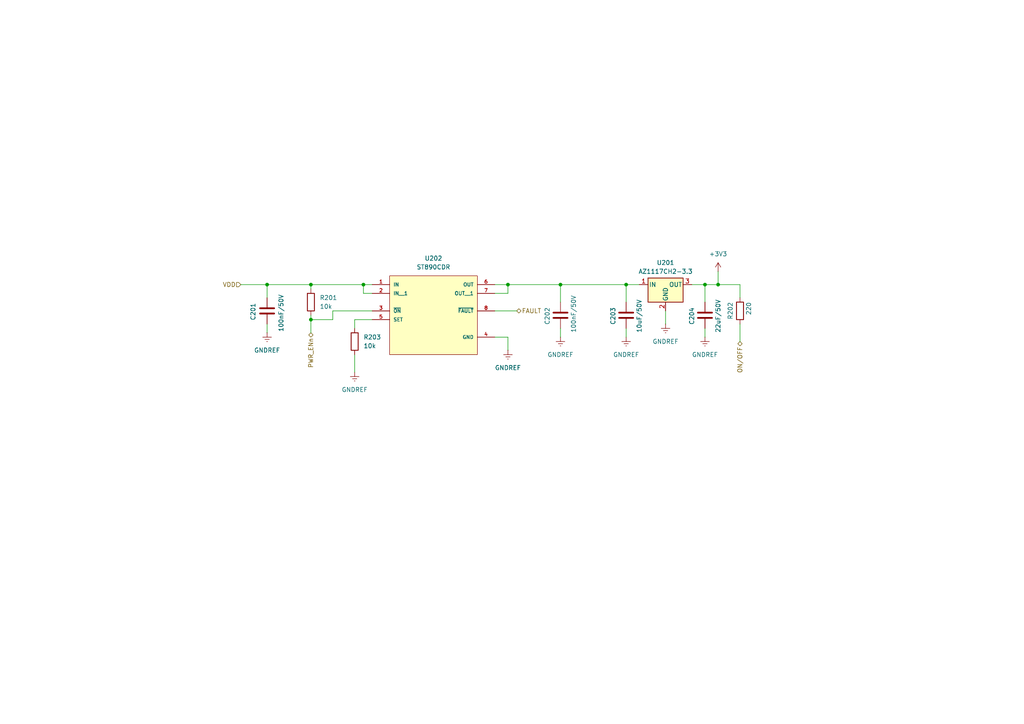
<source format=kicad_sch>
(kicad_sch
	(version 20250114)
	(generator "eeschema")
	(generator_version "9.0")
	(uuid "aa0f8f10-8e2a-4ae4-9f8d-0a33cbf3fa75")
	(paper "A4")
	(title_block
		(title "PCB_Tarjeta_DevOps")
		(date "2025-10-28")
		(rev "R.Casas")
	)
	(lib_symbols
		(symbol "Current_Limiter:ST890CDR"
			(pin_names
				(offset 1.016)
			)
			(exclude_from_sim no)
			(in_bom yes)
			(on_board yes)
			(property "Reference" "U"
				(at -12.7 10.16 0)
				(effects
					(font
						(size 1.27 1.27)
					)
					(justify left bottom)
				)
			)
			(property "Value" "ST890CDR"
				(at -12.7 -15.24 0)
				(effects
					(font
						(size 1.27 1.27)
					)
					(justify left bottom)
				)
			)
			(property "Footprint" "ST890CDR:SOIC127P600X175-8N"
				(at 0 0 0)
				(effects
					(font
						(size 1.27 1.27)
					)
					(justify bottom)
					(hide yes)
				)
			)
			(property "Datasheet" ""
				(at 0 0 0)
				(effects
					(font
						(size 1.27 1.27)
					)
					(hide yes)
				)
			)
			(property "Description" ""
				(at 0 0 0)
				(effects
					(font
						(size 1.27 1.27)
					)
					(hide yes)
				)
			)
			(property "E2_MAX" "0.0"
				(at 0 0 0)
				(effects
					(font
						(size 1.27 1.27)
					)
					(justify bottom)
					(hide yes)
				)
			)
			(property "SNAPEDA_PACKAGE_ID" "25988"
				(at 0 0 0)
				(effects
					(font
						(size 1.27 1.27)
					)
					(justify bottom)
					(hide yes)
				)
			)
			(property "B_NOM" "0.38"
				(at 0 0 0)
				(effects
					(font
						(size 1.27 1.27)
					)
					(justify bottom)
					(hide yes)
				)
			)
			(property "EMAX" ""
				(at 0 0 0)
				(effects
					(font
						(size 1.27 1.27)
					)
					(justify bottom)
					(hide yes)
				)
			)
			(property "D_MAX" "5.0"
				(at 0 0 0)
				(effects
					(font
						(size 1.27 1.27)
					)
					(justify bottom)
					(hide yes)
				)
			)
			(property "PACKAGE_TYPE" ""
				(at 0 0 0)
				(effects
					(font
						(size 1.27 1.27)
					)
					(justify bottom)
					(hide yes)
				)
			)
			(property "L1_MAX" ""
				(at 0 0 0)
				(effects
					(font
						(size 1.27 1.27)
					)
					(justify bottom)
					(hide yes)
				)
			)
			(property "E1_NOM" "3.9"
				(at 0 0 0)
				(effects
					(font
						(size 1.27 1.27)
					)
					(justify bottom)
					(hide yes)
				)
			)
			(property "L1_NOM" ""
				(at 0 0 0)
				(effects
					(font
						(size 1.27 1.27)
					)
					(justify bottom)
					(hide yes)
				)
			)
			(property "DMAX" ""
				(at 0 0 0)
				(effects
					(font
						(size 1.27 1.27)
					)
					(justify bottom)
					(hide yes)
				)
			)
			(property "E1_MIN" "3.8"
				(at 0 0 0)
				(effects
					(font
						(size 1.27 1.27)
					)
					(justify bottom)
					(hide yes)
				)
			)
			(property "L1_MIN" ""
				(at 0 0 0)
				(effects
					(font
						(size 1.27 1.27)
					)
					(justify bottom)
					(hide yes)
				)
			)
			(property "B_MAX" "0.48"
				(at 0 0 0)
				(effects
					(font
						(size 1.27 1.27)
					)
					(justify bottom)
					(hide yes)
				)
			)
			(property "EMIN" ""
				(at 0 0 0)
				(effects
					(font
						(size 1.27 1.27)
					)
					(justify bottom)
					(hide yes)
				)
			)
			(property "D2_MAX" "0.0"
				(at 0 0 0)
				(effects
					(font
						(size 1.27 1.27)
					)
					(justify bottom)
					(hide yes)
				)
			)
			(property "ENOM" "1.27"
				(at 0 0 0)
				(effects
					(font
						(size 1.27 1.27)
					)
					(justify bottom)
					(hide yes)
				)
			)
			(property "D_NOM" "4.9"
				(at 0 0 0)
				(effects
					(font
						(size 1.27 1.27)
					)
					(justify bottom)
					(hide yes)
				)
			)
			(property "VACANCIES" ""
				(at 0 0 0)
				(effects
					(font
						(size 1.27 1.27)
					)
					(justify bottom)
					(hide yes)
				)
			)
			(property "L_MAX" "1.27"
				(at 0 0 0)
				(effects
					(font
						(size 1.27 1.27)
					)
					(justify bottom)
					(hide yes)
				)
			)
			(property "A_MAX" "1.75"
				(at 0 0 0)
				(effects
					(font
						(size 1.27 1.27)
					)
					(justify bottom)
					(hide yes)
				)
			)
			(property "D1_MAX" ""
				(at 0 0 0)
				(effects
					(font
						(size 1.27 1.27)
					)
					(justify bottom)
					(hide yes)
				)
			)
			(property "D1_NOM" ""
				(at 0 0 0)
				(effects
					(font
						(size 1.27 1.27)
					)
					(justify bottom)
					(hide yes)
				)
			)
			(property "D1_MIN" ""
				(at 0 0 0)
				(effects
					(font
						(size 1.27 1.27)
					)
					(justify bottom)
					(hide yes)
				)
			)
			(property "A_NOM" "1.75"
				(at 0 0 0)
				(effects
					(font
						(size 1.27 1.27)
					)
					(justify bottom)
					(hide yes)
				)
			)
			(property "A_MIN" "1.75"
				(at 0 0 0)
				(effects
					(font
						(size 1.27 1.27)
					)
					(justify bottom)
					(hide yes)
				)
			)
			(property "STANDARD" "IPC 7351B"
				(at 0 0 0)
				(effects
					(font
						(size 1.27 1.27)
					)
					(justify bottom)
					(hide yes)
				)
			)
			(property "PARTREV" "10"
				(at 0 0 0)
				(effects
					(font
						(size 1.27 1.27)
					)
					(justify bottom)
					(hide yes)
				)
			)
			(property "DNOM" ""
				(at 0 0 0)
				(effects
					(font
						(size 1.27 1.27)
					)
					(justify bottom)
					(hide yes)
				)
			)
			(property "DMIN" ""
				(at 0 0 0)
				(effects
					(font
						(size 1.27 1.27)
					)
					(justify bottom)
					(hide yes)
				)
			)
			(property "E_NOM" "6.0"
				(at 0 0 0)
				(effects
					(font
						(size 1.27 1.27)
					)
					(justify bottom)
					(hide yes)
				)
			)
			(property "B_MIN" "0.28"
				(at 0 0 0)
				(effects
					(font
						(size 1.27 1.27)
					)
					(justify bottom)
					(hide yes)
				)
			)
			(property "PIN_COUNT" "8.0"
				(at 0 0 0)
				(effects
					(font
						(size 1.27 1.27)
					)
					(justify bottom)
					(hide yes)
				)
			)
			(property "L_NOM" "0.835"
				(at 0 0 0)
				(effects
					(font
						(size 1.27 1.27)
					)
					(justify bottom)
					(hide yes)
				)
			)
			(property "MANUFACTURER" "STMicroelectronics"
				(at 0 0 0)
				(effects
					(font
						(size 1.27 1.27)
					)
					(justify bottom)
					(hide yes)
				)
			)
			(property "MAXIMUM_PACKAGE_HEIGHT" "1.75mm"
				(at 0 0 0)
				(effects
					(font
						(size 1.27 1.27)
					)
					(justify bottom)
					(hide yes)
				)
			)
			(property "A1_MIN" "0.25"
				(at 0 0 0)
				(effects
					(font
						(size 1.27 1.27)
					)
					(justify bottom)
					(hide yes)
				)
			)
			(property "E1_MAX" "4.0"
				(at 0 0 0)
				(effects
					(font
						(size 1.27 1.27)
					)
					(justify bottom)
					(hide yes)
				)
			)
			(property "E_MIN" "5.8"
				(at 0 0 0)
				(effects
					(font
						(size 1.27 1.27)
					)
					(justify bottom)
					(hide yes)
				)
			)
			(property "D_MIN" "4.8"
				(at 0 0 0)
				(effects
					(font
						(size 1.27 1.27)
					)
					(justify bottom)
					(hide yes)
				)
			)
			(property "PINS" ""
				(at 0 0 0)
				(effects
					(font
						(size 1.27 1.27)
					)
					(justify bottom)
					(hide yes)
				)
			)
			(property "L_MIN" "0.4"
				(at 0 0 0)
				(effects
					(font
						(size 1.27 1.27)
					)
					(justify bottom)
					(hide yes)
				)
			)
			(property "E_MAX" "6.2"
				(at 0 0 0)
				(effects
					(font
						(size 1.27 1.27)
					)
					(justify bottom)
					(hide yes)
				)
			)
			(symbol "ST890CDR_0_0"
				(rectangle
					(start -12.7 -12.7)
					(end 12.7 10.16)
					(stroke
						(width 0.1524)
						(type default)
					)
					(fill
						(type background)
					)
				)
				(pin input line
					(at -17.78 7.62 0)
					(length 5.08)
					(name "IN"
						(effects
							(font
								(size 1.016 1.016)
							)
						)
					)
					(number "1"
						(effects
							(font
								(size 1.016 1.016)
							)
						)
					)
				)
				(pin input line
					(at -17.78 5.08 0)
					(length 5.08)
					(name "IN__1"
						(effects
							(font
								(size 1.016 1.016)
							)
						)
					)
					(number "2"
						(effects
							(font
								(size 1.016 1.016)
							)
						)
					)
				)
				(pin input line
					(at -17.78 0 0)
					(length 5.08)
					(name "~{ON}"
						(effects
							(font
								(size 1.016 1.016)
							)
						)
					)
					(number "3"
						(effects
							(font
								(size 1.016 1.016)
							)
						)
					)
				)
				(pin input line
					(at -17.78 -2.54 0)
					(length 5.08)
					(name "SET"
						(effects
							(font
								(size 1.016 1.016)
							)
						)
					)
					(number "5"
						(effects
							(font
								(size 1.016 1.016)
							)
						)
					)
				)
				(pin output line
					(at 17.78 7.62 180)
					(length 5.08)
					(name "OUT"
						(effects
							(font
								(size 1.016 1.016)
							)
						)
					)
					(number "6"
						(effects
							(font
								(size 1.016 1.016)
							)
						)
					)
				)
				(pin output line
					(at 17.78 5.08 180)
					(length 5.08)
					(name "OUT__1"
						(effects
							(font
								(size 1.016 1.016)
							)
						)
					)
					(number "7"
						(effects
							(font
								(size 1.016 1.016)
							)
						)
					)
				)
				(pin output line
					(at 17.78 0 180)
					(length 5.08)
					(name "~{FAULT}"
						(effects
							(font
								(size 1.016 1.016)
							)
						)
					)
					(number "8"
						(effects
							(font
								(size 1.016 1.016)
							)
						)
					)
				)
				(pin power_in line
					(at 17.78 -7.62 180)
					(length 5.08)
					(name "GND"
						(effects
							(font
								(size 1.016 1.016)
							)
						)
					)
					(number "4"
						(effects
							(font
								(size 1.016 1.016)
							)
						)
					)
				)
			)
			(embedded_fonts no)
		)
		(symbol "Device:C"
			(pin_numbers
				(hide yes)
			)
			(pin_names
				(offset 0.254)
			)
			(exclude_from_sim no)
			(in_bom yes)
			(on_board yes)
			(property "Reference" "C"
				(at 0.635 2.54 0)
				(effects
					(font
						(size 1.27 1.27)
					)
					(justify left)
				)
			)
			(property "Value" "C"
				(at 0.635 -2.54 0)
				(effects
					(font
						(size 1.27 1.27)
					)
					(justify left)
				)
			)
			(property "Footprint" ""
				(at 0.9652 -3.81 0)
				(effects
					(font
						(size 1.27 1.27)
					)
					(hide yes)
				)
			)
			(property "Datasheet" "~"
				(at 0 0 0)
				(effects
					(font
						(size 1.27 1.27)
					)
					(hide yes)
				)
			)
			(property "Description" "Unpolarized capacitor"
				(at 0 0 0)
				(effects
					(font
						(size 1.27 1.27)
					)
					(hide yes)
				)
			)
			(property "ki_keywords" "cap capacitor"
				(at 0 0 0)
				(effects
					(font
						(size 1.27 1.27)
					)
					(hide yes)
				)
			)
			(property "ki_fp_filters" "C_*"
				(at 0 0 0)
				(effects
					(font
						(size 1.27 1.27)
					)
					(hide yes)
				)
			)
			(symbol "C_0_1"
				(polyline
					(pts
						(xy -2.032 0.762) (xy 2.032 0.762)
					)
					(stroke
						(width 0.508)
						(type default)
					)
					(fill
						(type none)
					)
				)
				(polyline
					(pts
						(xy -2.032 -0.762) (xy 2.032 -0.762)
					)
					(stroke
						(width 0.508)
						(type default)
					)
					(fill
						(type none)
					)
				)
			)
			(symbol "C_1_1"
				(pin passive line
					(at 0 3.81 270)
					(length 2.794)
					(name "~"
						(effects
							(font
								(size 1.27 1.27)
							)
						)
					)
					(number "1"
						(effects
							(font
								(size 1.27 1.27)
							)
						)
					)
				)
				(pin passive line
					(at 0 -3.81 90)
					(length 2.794)
					(name "~"
						(effects
							(font
								(size 1.27 1.27)
							)
						)
					)
					(number "2"
						(effects
							(font
								(size 1.27 1.27)
							)
						)
					)
				)
			)
			(embedded_fonts no)
		)
		(symbol "Device:R"
			(pin_numbers
				(hide yes)
			)
			(pin_names
				(offset 0)
			)
			(exclude_from_sim no)
			(in_bom yes)
			(on_board yes)
			(property "Reference" "R"
				(at 2.032 0 90)
				(effects
					(font
						(size 1.27 1.27)
					)
				)
			)
			(property "Value" "R"
				(at 0 0 90)
				(effects
					(font
						(size 1.27 1.27)
					)
				)
			)
			(property "Footprint" ""
				(at -1.778 0 90)
				(effects
					(font
						(size 1.27 1.27)
					)
					(hide yes)
				)
			)
			(property "Datasheet" "~"
				(at 0 0 0)
				(effects
					(font
						(size 1.27 1.27)
					)
					(hide yes)
				)
			)
			(property "Description" "Resistor"
				(at 0 0 0)
				(effects
					(font
						(size 1.27 1.27)
					)
					(hide yes)
				)
			)
			(property "ki_keywords" "R res resistor"
				(at 0 0 0)
				(effects
					(font
						(size 1.27 1.27)
					)
					(hide yes)
				)
			)
			(property "ki_fp_filters" "R_*"
				(at 0 0 0)
				(effects
					(font
						(size 1.27 1.27)
					)
					(hide yes)
				)
			)
			(symbol "R_0_1"
				(rectangle
					(start -1.016 -2.54)
					(end 1.016 2.54)
					(stroke
						(width 0.254)
						(type default)
					)
					(fill
						(type none)
					)
				)
			)
			(symbol "R_1_1"
				(pin passive line
					(at 0 3.81 270)
					(length 1.27)
					(name "~"
						(effects
							(font
								(size 1.27 1.27)
							)
						)
					)
					(number "1"
						(effects
							(font
								(size 1.27 1.27)
							)
						)
					)
				)
				(pin passive line
					(at 0 -3.81 90)
					(length 1.27)
					(name "~"
						(effects
							(font
								(size 1.27 1.27)
							)
						)
					)
					(number "2"
						(effects
							(font
								(size 1.27 1.27)
							)
						)
					)
				)
			)
			(embedded_fonts no)
		)
		(symbol "Regulator_Linear:AZ1117CH2-3.3"
			(pin_names
				(offset 0.254)
			)
			(exclude_from_sim no)
			(in_bom yes)
			(on_board yes)
			(property "Reference" "U"
				(at -3.81 3.556 0)
				(effects
					(font
						(size 1.27 1.27)
					)
				)
			)
			(property "Value" "AZ1117CH2-3.3"
				(at 0 3.556 0)
				(effects
					(font
						(size 1.27 1.27)
					)
					(justify left)
				)
			)
			(property "Footprint" "Package_TO_SOT_SMD:SOT-223-3_TabPin2"
				(at 0 6.35 0)
				(effects
					(font
						(size 1.27 1.27)
						(italic yes)
					)
					(hide yes)
				)
			)
			(property "Datasheet" "https://www.diodes.com/assets/Datasheets/AZ1117C.pdf"
				(at 0 0 0)
				(effects
					(font
						(size 1.27 1.27)
					)
					(hide yes)
				)
			)
			(property "Description" "1A Fixed 3.3V LDO Linear Regulator, 15V Max Input, SOT-223"
				(at 0 0 0)
				(effects
					(font
						(size 1.27 1.27)
					)
					(hide yes)
				)
			)
			(property "ki_keywords" "low-dropout positive"
				(at 0 0 0)
				(effects
					(font
						(size 1.27 1.27)
					)
					(hide yes)
				)
			)
			(property "ki_fp_filters" "SOT?223*"
				(at 0 0 0)
				(effects
					(font
						(size 1.27 1.27)
					)
					(hide yes)
				)
			)
			(symbol "AZ1117CH2-3.3_0_1"
				(rectangle
					(start -5.08 1.905)
					(end 5.08 -5.08)
					(stroke
						(width 0.254)
						(type default)
					)
					(fill
						(type background)
					)
				)
			)
			(symbol "AZ1117CH2-3.3_1_1"
				(pin power_in line
					(at -7.62 0 0)
					(length 2.54)
					(name "IN"
						(effects
							(font
								(size 1.27 1.27)
							)
						)
					)
					(number "1"
						(effects
							(font
								(size 1.27 1.27)
							)
						)
					)
				)
				(pin power_in line
					(at 0 -7.62 90)
					(length 2.54)
					(name "GND"
						(effects
							(font
								(size 1.27 1.27)
							)
						)
					)
					(number "2"
						(effects
							(font
								(size 1.27 1.27)
							)
						)
					)
				)
				(pin power_out line
					(at 7.62 0 180)
					(length 2.54)
					(name "OUT"
						(effects
							(font
								(size 1.27 1.27)
							)
						)
					)
					(number "3"
						(effects
							(font
								(size 1.27 1.27)
							)
						)
					)
				)
			)
			(embedded_fonts no)
		)
		(symbol "power:+3V3"
			(power)
			(pin_numbers
				(hide yes)
			)
			(pin_names
				(offset 0)
				(hide yes)
			)
			(exclude_from_sim no)
			(in_bom yes)
			(on_board yes)
			(property "Reference" "#PWR"
				(at 0 -3.81 0)
				(effects
					(font
						(size 1.27 1.27)
					)
					(hide yes)
				)
			)
			(property "Value" "+3V3"
				(at 0 3.556 0)
				(effects
					(font
						(size 1.27 1.27)
					)
				)
			)
			(property "Footprint" ""
				(at 0 0 0)
				(effects
					(font
						(size 1.27 1.27)
					)
					(hide yes)
				)
			)
			(property "Datasheet" ""
				(at 0 0 0)
				(effects
					(font
						(size 1.27 1.27)
					)
					(hide yes)
				)
			)
			(property "Description" "Power symbol creates a global label with name \"+3V3\""
				(at 0 0 0)
				(effects
					(font
						(size 1.27 1.27)
					)
					(hide yes)
				)
			)
			(property "ki_keywords" "global power"
				(at 0 0 0)
				(effects
					(font
						(size 1.27 1.27)
					)
					(hide yes)
				)
			)
			(symbol "+3V3_0_1"
				(polyline
					(pts
						(xy -0.762 1.27) (xy 0 2.54)
					)
					(stroke
						(width 0)
						(type default)
					)
					(fill
						(type none)
					)
				)
				(polyline
					(pts
						(xy 0 2.54) (xy 0.762 1.27)
					)
					(stroke
						(width 0)
						(type default)
					)
					(fill
						(type none)
					)
				)
				(polyline
					(pts
						(xy 0 0) (xy 0 2.54)
					)
					(stroke
						(width 0)
						(type default)
					)
					(fill
						(type none)
					)
				)
			)
			(symbol "+3V3_1_1"
				(pin power_in line
					(at 0 0 90)
					(length 0)
					(name "~"
						(effects
							(font
								(size 1.27 1.27)
							)
						)
					)
					(number "1"
						(effects
							(font
								(size 1.27 1.27)
							)
						)
					)
				)
			)
			(embedded_fonts no)
		)
		(symbol "power:GNDREF"
			(power)
			(pin_numbers
				(hide yes)
			)
			(pin_names
				(offset 0)
				(hide yes)
			)
			(exclude_from_sim no)
			(in_bom yes)
			(on_board yes)
			(property "Reference" "#PWR"
				(at 0 -6.35 0)
				(effects
					(font
						(size 1.27 1.27)
					)
					(hide yes)
				)
			)
			(property "Value" "GNDREF"
				(at 0 -3.81 0)
				(effects
					(font
						(size 1.27 1.27)
					)
				)
			)
			(property "Footprint" ""
				(at 0 0 0)
				(effects
					(font
						(size 1.27 1.27)
					)
					(hide yes)
				)
			)
			(property "Datasheet" ""
				(at 0 0 0)
				(effects
					(font
						(size 1.27 1.27)
					)
					(hide yes)
				)
			)
			(property "Description" "Power symbol creates a global label with name \"GNDREF\" , reference supply ground"
				(at 0 0 0)
				(effects
					(font
						(size 1.27 1.27)
					)
					(hide yes)
				)
			)
			(property "ki_keywords" "global power"
				(at 0 0 0)
				(effects
					(font
						(size 1.27 1.27)
					)
					(hide yes)
				)
			)
			(symbol "GNDREF_0_1"
				(polyline
					(pts
						(xy -0.635 -1.905) (xy 0.635 -1.905)
					)
					(stroke
						(width 0)
						(type default)
					)
					(fill
						(type none)
					)
				)
				(polyline
					(pts
						(xy -0.127 -2.54) (xy 0.127 -2.54)
					)
					(stroke
						(width 0)
						(type default)
					)
					(fill
						(type none)
					)
				)
				(polyline
					(pts
						(xy 0 -1.27) (xy 0 0)
					)
					(stroke
						(width 0)
						(type default)
					)
					(fill
						(type none)
					)
				)
				(polyline
					(pts
						(xy 1.27 -1.27) (xy -1.27 -1.27)
					)
					(stroke
						(width 0)
						(type default)
					)
					(fill
						(type none)
					)
				)
			)
			(symbol "GNDREF_1_1"
				(pin power_in line
					(at 0 0 270)
					(length 0)
					(name "~"
						(effects
							(font
								(size 1.27 1.27)
							)
						)
					)
					(number "1"
						(effects
							(font
								(size 1.27 1.27)
							)
						)
					)
				)
			)
			(embedded_fonts no)
		)
	)
	(junction
		(at 181.61 82.55)
		(diameter 0)
		(color 0 0 0 0)
		(uuid "0635d3f0-b46d-4233-9bec-4e777515dd10")
	)
	(junction
		(at 77.47 82.55)
		(diameter 0)
		(color 0 0 0 0)
		(uuid "119fc3af-2c4c-433a-9726-569771ede34f")
	)
	(junction
		(at 90.17 92.71)
		(diameter 0)
		(color 0 0 0 0)
		(uuid "4a264fa1-bb8b-4a02-90fe-266543636713")
	)
	(junction
		(at 90.17 82.55)
		(diameter 0)
		(color 0 0 0 0)
		(uuid "8ddd0875-737e-4d94-9d67-2555689e339a")
	)
	(junction
		(at 204.47 82.55)
		(diameter 0)
		(color 0 0 0 0)
		(uuid "982a5bcd-3703-421e-bd80-8431f03876a9")
	)
	(junction
		(at 147.32 82.55)
		(diameter 0)
		(color 0 0 0 0)
		(uuid "9a102bf6-cb97-4ff7-8ec6-aa255d55b016")
	)
	(junction
		(at 208.28 82.55)
		(diameter 0)
		(color 0 0 0 0)
		(uuid "bb7767b2-4de5-429d-8ffb-4c127d2b97bd")
	)
	(junction
		(at 105.41 82.55)
		(diameter 0)
		(color 0 0 0 0)
		(uuid "f2b6dba9-50b7-4c3b-944b-414d383dd32a")
	)
	(junction
		(at 162.56 82.55)
		(diameter 0)
		(color 0 0 0 0)
		(uuid "fb25865a-b85d-437a-ad81-4231c7a449ac")
	)
	(wire
		(pts
			(xy 105.41 82.55) (xy 107.95 82.55)
		)
		(stroke
			(width 0)
			(type default)
		)
		(uuid "06ad25b5-263d-42c5-9b0d-63703b91e33c")
	)
	(wire
		(pts
			(xy 147.32 82.55) (xy 162.56 82.55)
		)
		(stroke
			(width 0)
			(type default)
		)
		(uuid "08835bcb-c0e0-4af1-b992-2e399170e91c")
	)
	(wire
		(pts
			(xy 105.41 85.09) (xy 105.41 82.55)
		)
		(stroke
			(width 0)
			(type default)
		)
		(uuid "0b4529bd-7cfb-4294-9c88-e5d21a4f6991")
	)
	(wire
		(pts
			(xy 162.56 82.55) (xy 181.61 82.55)
		)
		(stroke
			(width 0)
			(type default)
		)
		(uuid "0c12678e-f794-4e81-bb78-91574afc1c2d")
	)
	(wire
		(pts
			(xy 90.17 92.71) (xy 90.17 96.52)
		)
		(stroke
			(width 0)
			(type default)
		)
		(uuid "0d7c5ad6-d399-457d-8cde-ecc2d83c0d54")
	)
	(wire
		(pts
			(xy 107.95 85.09) (xy 105.41 85.09)
		)
		(stroke
			(width 0)
			(type default)
		)
		(uuid "176cae32-614f-4022-b37e-531a8dc59b68")
	)
	(wire
		(pts
			(xy 162.56 95.25) (xy 162.56 97.79)
		)
		(stroke
			(width 0)
			(type default)
		)
		(uuid "2318850f-960d-4fcc-8df7-3d2434faebff")
	)
	(wire
		(pts
			(xy 69.85 82.55) (xy 77.47 82.55)
		)
		(stroke
			(width 0)
			(type default)
		)
		(uuid "24e27147-99b4-41a8-bc84-c1b6ef7059c9")
	)
	(wire
		(pts
			(xy 143.51 90.17) (xy 149.86 90.17)
		)
		(stroke
			(width 0)
			(type default)
		)
		(uuid "2bd4c343-c35b-4ea1-947b-2e2554e07f8e")
	)
	(wire
		(pts
			(xy 96.52 90.17) (xy 96.52 92.71)
		)
		(stroke
			(width 0)
			(type default)
		)
		(uuid "2d506d7c-2fef-48b7-a67f-7e410b19f368")
	)
	(wire
		(pts
			(xy 77.47 82.55) (xy 77.47 86.36)
		)
		(stroke
			(width 0)
			(type default)
		)
		(uuid "2eaed6a8-8983-4b6c-95e1-96357f436088")
	)
	(wire
		(pts
			(xy 181.61 95.25) (xy 181.61 97.79)
		)
		(stroke
			(width 0)
			(type default)
		)
		(uuid "31760087-cf7e-47df-a10d-853679753fa8")
	)
	(wire
		(pts
			(xy 102.87 102.87) (xy 102.87 107.95)
		)
		(stroke
			(width 0)
			(type default)
		)
		(uuid "3aeeb769-5f08-4668-89a0-7751d2b88393")
	)
	(wire
		(pts
			(xy 162.56 82.55) (xy 162.56 87.63)
		)
		(stroke
			(width 0)
			(type default)
		)
		(uuid "3c2ea375-9d79-40e7-94ce-3525dc36d6d2")
	)
	(wire
		(pts
			(xy 143.51 97.79) (xy 147.32 97.79)
		)
		(stroke
			(width 0)
			(type default)
		)
		(uuid "4300c7ce-2b03-4fc9-a41b-2fcb0b34fa6c")
	)
	(wire
		(pts
			(xy 102.87 92.71) (xy 107.95 92.71)
		)
		(stroke
			(width 0)
			(type default)
		)
		(uuid "44c50201-5421-41ca-adcd-3ab6e615f9a6")
	)
	(wire
		(pts
			(xy 143.51 85.09) (xy 147.32 85.09)
		)
		(stroke
			(width 0)
			(type default)
		)
		(uuid "49c3ca38-dc56-436a-a4cc-99c7d22f05eb")
	)
	(wire
		(pts
			(xy 147.32 97.79) (xy 147.32 101.6)
		)
		(stroke
			(width 0)
			(type default)
		)
		(uuid "4fd793b5-1223-440b-b264-604af25fbbbf")
	)
	(wire
		(pts
			(xy 90.17 82.55) (xy 90.17 83.82)
		)
		(stroke
			(width 0)
			(type default)
		)
		(uuid "5104e631-8746-432e-ae8e-633f68e91722")
	)
	(wire
		(pts
			(xy 214.63 93.98) (xy 214.63 99.06)
		)
		(stroke
			(width 0)
			(type default)
		)
		(uuid "64cc7e05-8fce-4b06-b200-4e914ec7cc44")
	)
	(wire
		(pts
			(xy 143.51 82.55) (xy 147.32 82.55)
		)
		(stroke
			(width 0)
			(type default)
		)
		(uuid "67fd3ade-811e-45fb-9566-aaf6c5fd6a3b")
	)
	(wire
		(pts
			(xy 200.66 82.55) (xy 204.47 82.55)
		)
		(stroke
			(width 0)
			(type default)
		)
		(uuid "73c14acf-093f-4b97-9528-bbb643ea2754")
	)
	(wire
		(pts
			(xy 107.95 90.17) (xy 96.52 90.17)
		)
		(stroke
			(width 0)
			(type default)
		)
		(uuid "786f1793-349c-4e27-b197-bcc5f7d31ace")
	)
	(wire
		(pts
			(xy 181.61 82.55) (xy 181.61 87.63)
		)
		(stroke
			(width 0)
			(type default)
		)
		(uuid "88b0f2d8-6e68-4924-8904-570cf5090033")
	)
	(wire
		(pts
			(xy 204.47 95.25) (xy 204.47 97.79)
		)
		(stroke
			(width 0)
			(type default)
		)
		(uuid "8c20b173-2f1c-4eba-bc99-0e33916f0fef")
	)
	(wire
		(pts
			(xy 181.61 82.55) (xy 185.42 82.55)
		)
		(stroke
			(width 0)
			(type default)
		)
		(uuid "8e601605-504c-4f31-b05d-1fc3cfb69c68")
	)
	(wire
		(pts
			(xy 147.32 85.09) (xy 147.32 82.55)
		)
		(stroke
			(width 0)
			(type default)
		)
		(uuid "bd78cf87-f990-4f6c-b493-7d222589e093")
	)
	(wire
		(pts
			(xy 208.28 82.55) (xy 208.28 78.74)
		)
		(stroke
			(width 0)
			(type default)
		)
		(uuid "c2b53305-1d10-470e-92ac-a4badf59e354")
	)
	(wire
		(pts
			(xy 193.04 90.17) (xy 193.04 93.98)
		)
		(stroke
			(width 0)
			(type default)
		)
		(uuid "c432f5ea-c388-45cd-9282-6cbbf078003c")
	)
	(wire
		(pts
			(xy 96.52 92.71) (xy 90.17 92.71)
		)
		(stroke
			(width 0)
			(type default)
		)
		(uuid "c96e6b94-56ad-4403-9ee8-4cc0ce3aa934")
	)
	(wire
		(pts
			(xy 214.63 82.55) (xy 214.63 86.36)
		)
		(stroke
			(width 0)
			(type default)
		)
		(uuid "d5117741-d608-4cbd-b7e1-f89855073f67")
	)
	(wire
		(pts
			(xy 90.17 91.44) (xy 90.17 92.71)
		)
		(stroke
			(width 0)
			(type default)
		)
		(uuid "e707359e-121f-485e-9969-3523aa40f217")
	)
	(wire
		(pts
			(xy 77.47 93.98) (xy 77.47 96.52)
		)
		(stroke
			(width 0)
			(type default)
		)
		(uuid "e77ce996-0212-4119-8e7b-f7c8575cdf11")
	)
	(wire
		(pts
			(xy 204.47 82.55) (xy 208.28 82.55)
		)
		(stroke
			(width 0)
			(type default)
		)
		(uuid "edbd8595-5daa-4e24-b4ec-34287998c6df")
	)
	(wire
		(pts
			(xy 77.47 82.55) (xy 90.17 82.55)
		)
		(stroke
			(width 0)
			(type default)
		)
		(uuid "f062968e-eae0-4fdb-914a-019c583ba9c2")
	)
	(wire
		(pts
			(xy 90.17 82.55) (xy 105.41 82.55)
		)
		(stroke
			(width 0)
			(type default)
		)
		(uuid "f0f31c0e-2ef6-4be1-bac8-359d221dbc0b")
	)
	(wire
		(pts
			(xy 102.87 95.25) (xy 102.87 92.71)
		)
		(stroke
			(width 0)
			(type default)
		)
		(uuid "f211dda3-474d-4b0a-aa0e-1df3530d47d3")
	)
	(wire
		(pts
			(xy 204.47 82.55) (xy 204.47 87.63)
		)
		(stroke
			(width 0)
			(type default)
		)
		(uuid "f8b4748c-dfac-476a-8f46-32e618dc85da")
	)
	(wire
		(pts
			(xy 214.63 82.55) (xy 208.28 82.55)
		)
		(stroke
			(width 0)
			(type default)
		)
		(uuid "f9427eb8-6201-4a48-988d-cae6778a4823")
	)
	(hierarchical_label "FAULT"
		(shape bidirectional)
		(at 149.86 90.17 0)
		(effects
			(font
				(size 1.27 1.27)
			)
			(justify left)
		)
		(uuid "12d41095-04fd-4557-8b85-457507e44893")
	)
	(hierarchical_label "VDD"
		(shape input)
		(at 69.85 82.55 180)
		(effects
			(font
				(size 1.27 1.27)
			)
			(justify right)
		)
		(uuid "741a8e38-4aa3-401b-a497-1b8427e4f2a5")
	)
	(hierarchical_label "PWR_ENn"
		(shape bidirectional)
		(at 90.17 96.52 270)
		(effects
			(font
				(size 1.27 1.27)
			)
			(justify right)
		)
		(uuid "a815ce51-fe35-409d-b824-d92ca0b229e9")
	)
	(hierarchical_label "ON{slash}OFF"
		(shape bidirectional)
		(at 214.63 99.06 270)
		(effects
			(font
				(size 1.27 1.27)
			)
			(justify right)
		)
		(uuid "fe7efad3-f9f3-486a-b1ae-792584498a46")
	)
	(symbol
		(lib_id "Device:C")
		(at 204.47 91.44 0)
		(unit 1)
		(exclude_from_sim no)
		(in_bom yes)
		(on_board yes)
		(dnp no)
		(uuid "03b93872-0ed3-4986-8a63-3f306e2bd83d")
		(property "Reference" "C204"
			(at 200.66 94.234 90)
			(effects
				(font
					(size 1.27 1.27)
				)
				(justify left)
			)
		)
		(property "Value" "22uF/50V"
			(at 208.28 96.52 90)
			(effects
				(font
					(size 1.27 1.27)
				)
				(justify left)
			)
		)
		(property "Footprint" "Capacitor_SMD:C_0603_1608Metric_Pad1.08x0.95mm_HandSolder"
			(at 205.4352 95.25 0)
			(effects
				(font
					(size 1.27 1.27)
				)
				(hide yes)
			)
		)
		(property "Datasheet" "~"
			(at 204.47 91.44 0)
			(effects
				(font
					(size 1.27 1.27)
				)
				(hide yes)
			)
		)
		(property "Description" "Unpolarized capacitor"
			(at 204.47 91.44 0)
			(effects
				(font
					(size 1.27 1.27)
				)
				(hide yes)
			)
		)
		(pin "1"
			(uuid "1ce49ba1-9622-4eed-98b8-30ee332b888a")
		)
		(pin "2"
			(uuid "2d4b919e-0050-4b4d-be70-4e97da078508")
		)
		(instances
			(project "PCB_Tarjeta_DevOps"
				(path "/4fb4dbf5-3c7a-4e13-908c-649b5b989252/7975b22a-c067-4a8e-bcfe-cc4709779418"
					(reference "C204")
					(unit 1)
				)
			)
		)
	)
	(symbol
		(lib_id "Device:C")
		(at 181.61 91.44 0)
		(unit 1)
		(exclude_from_sim no)
		(in_bom yes)
		(on_board yes)
		(dnp no)
		(uuid "04015595-d9fe-40e4-b7f0-497cea6763e0")
		(property "Reference" "C203"
			(at 177.8 94.234 90)
			(effects
				(font
					(size 1.27 1.27)
				)
				(justify left)
			)
		)
		(property "Value" "10uF/50V"
			(at 185.42 96.52 90)
			(effects
				(font
					(size 1.27 1.27)
				)
				(justify left)
			)
		)
		(property "Footprint" "Capacitor_SMD:C_0603_1608Metric_Pad1.08x0.95mm_HandSolder"
			(at 182.5752 95.25 0)
			(effects
				(font
					(size 1.27 1.27)
				)
				(hide yes)
			)
		)
		(property "Datasheet" "~"
			(at 181.61 91.44 0)
			(effects
				(font
					(size 1.27 1.27)
				)
				(hide yes)
			)
		)
		(property "Description" "Unpolarized capacitor"
			(at 181.61 91.44 0)
			(effects
				(font
					(size 1.27 1.27)
				)
				(hide yes)
			)
		)
		(pin "1"
			(uuid "c13363cb-e1f0-400d-9bd4-783bbd1d56b6")
		)
		(pin "2"
			(uuid "271b390e-112f-4639-a299-91603d43667a")
		)
		(instances
			(project "PCB_Tarjeta_DevOps"
				(path "/4fb4dbf5-3c7a-4e13-908c-649b5b989252/7975b22a-c067-4a8e-bcfe-cc4709779418"
					(reference "C203")
					(unit 1)
				)
			)
		)
	)
	(symbol
		(lib_id "power:GNDREF")
		(at 181.61 97.79 0)
		(unit 1)
		(exclude_from_sim no)
		(in_bom yes)
		(on_board yes)
		(dnp no)
		(fields_autoplaced yes)
		(uuid "0422fe3d-c198-4afb-a75c-b93d6b45994e")
		(property "Reference" "#PWR0207"
			(at 181.61 104.14 0)
			(effects
				(font
					(size 1.27 1.27)
				)
				(hide yes)
			)
		)
		(property "Value" "GNDREF"
			(at 181.61 102.87 0)
			(effects
				(font
					(size 1.27 1.27)
				)
			)
		)
		(property "Footprint" ""
			(at 181.61 97.79 0)
			(effects
				(font
					(size 1.27 1.27)
				)
				(hide yes)
			)
		)
		(property "Datasheet" ""
			(at 181.61 97.79 0)
			(effects
				(font
					(size 1.27 1.27)
				)
				(hide yes)
			)
		)
		(property "Description" "Power symbol creates a global label with name \"GNDREF\" , reference supply ground"
			(at 181.61 97.79 0)
			(effects
				(font
					(size 1.27 1.27)
				)
				(hide yes)
			)
		)
		(pin "1"
			(uuid "3a176f64-9c77-4239-b782-dac88befd16e")
		)
		(instances
			(project "PCB_Tarjeta_DevOps"
				(path "/4fb4dbf5-3c7a-4e13-908c-649b5b989252/7975b22a-c067-4a8e-bcfe-cc4709779418"
					(reference "#PWR0207")
					(unit 1)
				)
			)
		)
	)
	(symbol
		(lib_id "power:GNDREF")
		(at 102.87 107.95 0)
		(unit 1)
		(exclude_from_sim no)
		(in_bom yes)
		(on_board yes)
		(dnp no)
		(uuid "0cb1d93e-d4df-4878-9f11-a588b0b82865")
		(property "Reference" "#PWR0206"
			(at 102.87 114.3 0)
			(effects
				(font
					(size 1.27 1.27)
				)
				(hide yes)
			)
		)
		(property "Value" "GNDREF"
			(at 102.87 113.03 0)
			(effects
				(font
					(size 1.27 1.27)
				)
			)
		)
		(property "Footprint" ""
			(at 102.87 107.95 0)
			(effects
				(font
					(size 1.27 1.27)
				)
				(hide yes)
			)
		)
		(property "Datasheet" ""
			(at 102.87 107.95 0)
			(effects
				(font
					(size 1.27 1.27)
				)
				(hide yes)
			)
		)
		(property "Description" "Power symbol creates a global label with name \"GNDREF\" , reference supply ground"
			(at 102.87 107.95 0)
			(effects
				(font
					(size 1.27 1.27)
				)
				(hide yes)
			)
		)
		(pin "1"
			(uuid "3796e7ab-568e-4968-88c8-aa4fcf190153")
		)
		(instances
			(project "PCB_Tarjeta_DevOps"
				(path "/4fb4dbf5-3c7a-4e13-908c-649b5b989252/7975b22a-c067-4a8e-bcfe-cc4709779418"
					(reference "#PWR0206")
					(unit 1)
				)
			)
		)
	)
	(symbol
		(lib_id "Device:R")
		(at 102.87 99.06 0)
		(unit 1)
		(exclude_from_sim no)
		(in_bom yes)
		(on_board yes)
		(dnp no)
		(fields_autoplaced yes)
		(uuid "150e954d-78d8-4f55-8b6f-07038b65102b")
		(property "Reference" "R203"
			(at 105.41 97.7899 0)
			(effects
				(font
					(size 1.27 1.27)
				)
				(justify left)
			)
		)
		(property "Value" "10k"
			(at 105.41 100.3299 0)
			(effects
				(font
					(size 1.27 1.27)
				)
				(justify left)
			)
		)
		(property "Footprint" "Resistor_SMD:R_0603_1608Metric_Pad0.98x0.95mm_HandSolder"
			(at 101.092 99.06 90)
			(effects
				(font
					(size 1.27 1.27)
				)
				(hide yes)
			)
		)
		(property "Datasheet" "~"
			(at 102.87 99.06 0)
			(effects
				(font
					(size 1.27 1.27)
				)
				(hide yes)
			)
		)
		(property "Description" "Resistor"
			(at 102.87 99.06 0)
			(effects
				(font
					(size 1.27 1.27)
				)
				(hide yes)
			)
		)
		(pin "1"
			(uuid "aa670200-be4f-45aa-be82-ffff0c494f69")
		)
		(pin "2"
			(uuid "e26eb336-6926-42cb-a748-c36ab2ca1d90")
		)
		(instances
			(project ""
				(path "/4fb4dbf5-3c7a-4e13-908c-649b5b989252/7975b22a-c067-4a8e-bcfe-cc4709779418"
					(reference "R203")
					(unit 1)
				)
			)
		)
	)
	(symbol
		(lib_id "power:GNDREF")
		(at 77.47 96.52 0)
		(unit 1)
		(exclude_from_sim no)
		(in_bom yes)
		(on_board yes)
		(dnp no)
		(fields_autoplaced yes)
		(uuid "3f59cd64-a408-44ba-896e-32419d0f6e41")
		(property "Reference" "#PWR0203"
			(at 77.47 102.87 0)
			(effects
				(font
					(size 1.27 1.27)
				)
				(hide yes)
			)
		)
		(property "Value" "GNDREF"
			(at 77.47 101.6 0)
			(effects
				(font
					(size 1.27 1.27)
				)
			)
		)
		(property "Footprint" ""
			(at 77.47 96.52 0)
			(effects
				(font
					(size 1.27 1.27)
				)
				(hide yes)
			)
		)
		(property "Datasheet" ""
			(at 77.47 96.52 0)
			(effects
				(font
					(size 1.27 1.27)
				)
				(hide yes)
			)
		)
		(property "Description" "Power symbol creates a global label with name \"GNDREF\" , reference supply ground"
			(at 77.47 96.52 0)
			(effects
				(font
					(size 1.27 1.27)
				)
				(hide yes)
			)
		)
		(pin "1"
			(uuid "518053fc-44d4-468e-beec-3ff16baecd03")
		)
		(instances
			(project "PCB_Tarjeta_DevOps"
				(path "/4fb4dbf5-3c7a-4e13-908c-649b5b989252/7975b22a-c067-4a8e-bcfe-cc4709779418"
					(reference "#PWR0203")
					(unit 1)
				)
			)
		)
	)
	(symbol
		(lib_id "Device:R")
		(at 214.63 90.17 0)
		(unit 1)
		(exclude_from_sim no)
		(in_bom yes)
		(on_board yes)
		(dnp no)
		(uuid "4d4b83f5-c1f1-4958-953f-ee3e8bce00ad")
		(property "Reference" "R202"
			(at 211.836 92.71 90)
			(effects
				(font
					(size 1.27 1.27)
				)
				(justify left)
			)
		)
		(property "Value" "220"
			(at 217.17 91.4399 90)
			(effects
				(font
					(size 1.27 1.27)
				)
				(justify left)
			)
		)
		(property "Footprint" "Resistor_SMD:R_0603_1608Metric_Pad0.98x0.95mm_HandSolder"
			(at 212.852 90.17 90)
			(effects
				(font
					(size 1.27 1.27)
				)
				(hide yes)
			)
		)
		(property "Datasheet" "~"
			(at 214.63 90.17 0)
			(effects
				(font
					(size 1.27 1.27)
				)
				(hide yes)
			)
		)
		(property "Description" "Resistor"
			(at 214.63 90.17 0)
			(effects
				(font
					(size 1.27 1.27)
				)
				(hide yes)
			)
		)
		(pin "1"
			(uuid "8f6bcceb-e6e7-477d-924b-a96f324ad648")
		)
		(pin "2"
			(uuid "401a3457-1963-4e30-97cd-96a6432a3ee2")
		)
		(instances
			(project "PCB_Tarjeta_DevOps"
				(path "/4fb4dbf5-3c7a-4e13-908c-649b5b989252/7975b22a-c067-4a8e-bcfe-cc4709779418"
					(reference "R202")
					(unit 1)
				)
			)
		)
	)
	(symbol
		(lib_id "power:GNDREF")
		(at 162.56 97.79 0)
		(unit 1)
		(exclude_from_sim no)
		(in_bom yes)
		(on_board yes)
		(dnp no)
		(fields_autoplaced yes)
		(uuid "5c5d0120-4f67-4940-a4be-25fad618cb7c")
		(property "Reference" "#PWR0204"
			(at 162.56 104.14 0)
			(effects
				(font
					(size 1.27 1.27)
				)
				(hide yes)
			)
		)
		(property "Value" "GNDREF"
			(at 162.56 102.87 0)
			(effects
				(font
					(size 1.27 1.27)
				)
			)
		)
		(property "Footprint" ""
			(at 162.56 97.79 0)
			(effects
				(font
					(size 1.27 1.27)
				)
				(hide yes)
			)
		)
		(property "Datasheet" ""
			(at 162.56 97.79 0)
			(effects
				(font
					(size 1.27 1.27)
				)
				(hide yes)
			)
		)
		(property "Description" "Power symbol creates a global label with name \"GNDREF\" , reference supply ground"
			(at 162.56 97.79 0)
			(effects
				(font
					(size 1.27 1.27)
				)
				(hide yes)
			)
		)
		(pin "1"
			(uuid "67efd487-a75e-40ee-957a-65794f2232ba")
		)
		(instances
			(project "PCB_Tarjeta_DevOps"
				(path "/4fb4dbf5-3c7a-4e13-908c-649b5b989252/7975b22a-c067-4a8e-bcfe-cc4709779418"
					(reference "#PWR0204")
					(unit 1)
				)
			)
		)
	)
	(symbol
		(lib_id "Current_Limiter:ST890CDR")
		(at 125.73 90.17 0)
		(unit 1)
		(exclude_from_sim no)
		(in_bom yes)
		(on_board yes)
		(dnp no)
		(fields_autoplaced yes)
		(uuid "5eebc459-733a-412e-a0eb-02d65c25ff96")
		(property "Reference" "U202"
			(at 125.73 74.93 0)
			(effects
				(font
					(size 1.27 1.27)
				)
			)
		)
		(property "Value" "ST890CDR"
			(at 125.73 77.47 0)
			(effects
				(font
					(size 1.27 1.27)
				)
			)
		)
		(property "Footprint" "Current_Limiter:SOIC127P600X175-8N"
			(at 125.73 90.17 0)
			(effects
				(font
					(size 1.27 1.27)
				)
				(justify bottom)
				(hide yes)
			)
		)
		(property "Datasheet" ""
			(at 125.73 90.17 0)
			(effects
				(font
					(size 1.27 1.27)
				)
				(hide yes)
			)
		)
		(property "Description" ""
			(at 125.73 90.17 0)
			(effects
				(font
					(size 1.27 1.27)
				)
				(hide yes)
			)
		)
		(property "E2_MAX" "0.0"
			(at 125.73 90.17 0)
			(effects
				(font
					(size 1.27 1.27)
				)
				(justify bottom)
				(hide yes)
			)
		)
		(property "SNAPEDA_PACKAGE_ID" "25988"
			(at 125.73 90.17 0)
			(effects
				(font
					(size 1.27 1.27)
				)
				(justify bottom)
				(hide yes)
			)
		)
		(property "B_NOM" "0.38"
			(at 125.73 90.17 0)
			(effects
				(font
					(size 1.27 1.27)
				)
				(justify bottom)
				(hide yes)
			)
		)
		(property "EMAX" ""
			(at 125.73 90.17 0)
			(effects
				(font
					(size 1.27 1.27)
				)
				(justify bottom)
				(hide yes)
			)
		)
		(property "D_MAX" "5.0"
			(at 125.73 90.17 0)
			(effects
				(font
					(size 1.27 1.27)
				)
				(justify bottom)
				(hide yes)
			)
		)
		(property "PACKAGE_TYPE" ""
			(at 125.73 90.17 0)
			(effects
				(font
					(size 1.27 1.27)
				)
				(justify bottom)
				(hide yes)
			)
		)
		(property "L1_MAX" ""
			(at 125.73 90.17 0)
			(effects
				(font
					(size 1.27 1.27)
				)
				(justify bottom)
				(hide yes)
			)
		)
		(property "E1_NOM" "3.9"
			(at 125.73 90.17 0)
			(effects
				(font
					(size 1.27 1.27)
				)
				(justify bottom)
				(hide yes)
			)
		)
		(property "L1_NOM" ""
			(at 125.73 90.17 0)
			(effects
				(font
					(size 1.27 1.27)
				)
				(justify bottom)
				(hide yes)
			)
		)
		(property "DMAX" ""
			(at 125.73 90.17 0)
			(effects
				(font
					(size 1.27 1.27)
				)
				(justify bottom)
				(hide yes)
			)
		)
		(property "E1_MIN" "3.8"
			(at 125.73 90.17 0)
			(effects
				(font
					(size 1.27 1.27)
				)
				(justify bottom)
				(hide yes)
			)
		)
		(property "L1_MIN" ""
			(at 125.73 90.17 0)
			(effects
				(font
					(size 1.27 1.27)
				)
				(justify bottom)
				(hide yes)
			)
		)
		(property "B_MAX" "0.48"
			(at 125.73 90.17 0)
			(effects
				(font
					(size 1.27 1.27)
				)
				(justify bottom)
				(hide yes)
			)
		)
		(property "EMIN" ""
			(at 125.73 90.17 0)
			(effects
				(font
					(size 1.27 1.27)
				)
				(justify bottom)
				(hide yes)
			)
		)
		(property "D2_MAX" "0.0"
			(at 125.73 90.17 0)
			(effects
				(font
					(size 1.27 1.27)
				)
				(justify bottom)
				(hide yes)
			)
		)
		(property "ENOM" "1.27"
			(at 125.73 90.17 0)
			(effects
				(font
					(size 1.27 1.27)
				)
				(justify bottom)
				(hide yes)
			)
		)
		(property "D_NOM" "4.9"
			(at 125.73 90.17 0)
			(effects
				(font
					(size 1.27 1.27)
				)
				(justify bottom)
				(hide yes)
			)
		)
		(property "VACANCIES" ""
			(at 125.73 90.17 0)
			(effects
				(font
					(size 1.27 1.27)
				)
				(justify bottom)
				(hide yes)
			)
		)
		(property "L_MAX" "1.27"
			(at 125.73 90.17 0)
			(effects
				(font
					(size 1.27 1.27)
				)
				(justify bottom)
				(hide yes)
			)
		)
		(property "A_MAX" "1.75"
			(at 125.73 90.17 0)
			(effects
				(font
					(size 1.27 1.27)
				)
				(justify bottom)
				(hide yes)
			)
		)
		(property "D1_MAX" ""
			(at 125.73 90.17 0)
			(effects
				(font
					(size 1.27 1.27)
				)
				(justify bottom)
				(hide yes)
			)
		)
		(property "D1_NOM" ""
			(at 125.73 90.17 0)
			(effects
				(font
					(size 1.27 1.27)
				)
				(justify bottom)
				(hide yes)
			)
		)
		(property "D1_MIN" ""
			(at 125.73 90.17 0)
			(effects
				(font
					(size 1.27 1.27)
				)
				(justify bottom)
				(hide yes)
			)
		)
		(property "A_NOM" "1.75"
			(at 125.73 90.17 0)
			(effects
				(font
					(size 1.27 1.27)
				)
				(justify bottom)
				(hide yes)
			)
		)
		(property "A_MIN" "1.75"
			(at 125.73 90.17 0)
			(effects
				(font
					(size 1.27 1.27)
				)
				(justify bottom)
				(hide yes)
			)
		)
		(property "STANDARD" "IPC 7351B"
			(at 125.73 90.17 0)
			(effects
				(font
					(size 1.27 1.27)
				)
				(justify bottom)
				(hide yes)
			)
		)
		(property "PARTREV" "10"
			(at 125.73 90.17 0)
			(effects
				(font
					(size 1.27 1.27)
				)
				(justify bottom)
				(hide yes)
			)
		)
		(property "DNOM" ""
			(at 125.73 90.17 0)
			(effects
				(font
					(size 1.27 1.27)
				)
				(justify bottom)
				(hide yes)
			)
		)
		(property "DMIN" ""
			(at 125.73 90.17 0)
			(effects
				(font
					(size 1.27 1.27)
				)
				(justify bottom)
				(hide yes)
			)
		)
		(property "E_NOM" "6.0"
			(at 125.73 90.17 0)
			(effects
				(font
					(size 1.27 1.27)
				)
				(justify bottom)
				(hide yes)
			)
		)
		(property "B_MIN" "0.28"
			(at 125.73 90.17 0)
			(effects
				(font
					(size 1.27 1.27)
				)
				(justify bottom)
				(hide yes)
			)
		)
		(property "PIN_COUNT" "8.0"
			(at 125.73 90.17 0)
			(effects
				(font
					(size 1.27 1.27)
				)
				(justify bottom)
				(hide yes)
			)
		)
		(property "L_NOM" "0.835"
			(at 125.73 90.17 0)
			(effects
				(font
					(size 1.27 1.27)
				)
				(justify bottom)
				(hide yes)
			)
		)
		(property "MANUFACTURER" "STMicroelectronics"
			(at 125.73 90.17 0)
			(effects
				(font
					(size 1.27 1.27)
				)
				(justify bottom)
				(hide yes)
			)
		)
		(property "MAXIMUM_PACKAGE_HEIGHT" "1.75mm"
			(at 125.73 90.17 0)
			(effects
				(font
					(size 1.27 1.27)
				)
				(justify bottom)
				(hide yes)
			)
		)
		(property "A1_MIN" "0.25"
			(at 125.73 90.17 0)
			(effects
				(font
					(size 1.27 1.27)
				)
				(justify bottom)
				(hide yes)
			)
		)
		(property "E1_MAX" "4.0"
			(at 125.73 90.17 0)
			(effects
				(font
					(size 1.27 1.27)
				)
				(justify bottom)
				(hide yes)
			)
		)
		(property "E_MIN" "5.8"
			(at 125.73 90.17 0)
			(effects
				(font
					(size 1.27 1.27)
				)
				(justify bottom)
				(hide yes)
			)
		)
		(property "D_MIN" "4.8"
			(at 125.73 90.17 0)
			(effects
				(font
					(size 1.27 1.27)
				)
				(justify bottom)
				(hide yes)
			)
		)
		(property "PINS" ""
			(at 125.73 90.17 0)
			(effects
				(font
					(size 1.27 1.27)
				)
				(justify bottom)
				(hide yes)
			)
		)
		(property "L_MIN" "0.4"
			(at 125.73 90.17 0)
			(effects
				(font
					(size 1.27 1.27)
				)
				(justify bottom)
				(hide yes)
			)
		)
		(property "E_MAX" "6.2"
			(at 125.73 90.17 0)
			(effects
				(font
					(size 1.27 1.27)
				)
				(justify bottom)
				(hide yes)
			)
		)
		(pin "5"
			(uuid "3eeffa23-805c-4763-8059-7cd13d294806")
		)
		(pin "8"
			(uuid "507e724e-e2d3-4c4f-bf8f-a0cea68f20f6")
		)
		(pin "2"
			(uuid "92281671-8ae7-4eb7-8e4d-e6d0c06ed5c3")
		)
		(pin "6"
			(uuid "8a0897cb-f0a3-46f6-bb60-ca3fa45f350a")
		)
		(pin "1"
			(uuid "dff7f81c-52d3-4466-9747-3e458999fead")
		)
		(pin "4"
			(uuid "982575fb-64a7-48a9-8318-f6d6b9ea4bdb")
		)
		(pin "3"
			(uuid "59c56e8e-2db6-4a8e-bf1c-2f543545d858")
		)
		(pin "7"
			(uuid "e053ee83-ed9f-41c4-a766-969146325cc1")
		)
		(instances
			(project "PCB_Tarjeta_DevOps"
				(path "/4fb4dbf5-3c7a-4e13-908c-649b5b989252/7975b22a-c067-4a8e-bcfe-cc4709779418"
					(reference "U202")
					(unit 1)
				)
			)
		)
	)
	(symbol
		(lib_id "power:GNDREF")
		(at 204.47 97.79 0)
		(unit 1)
		(exclude_from_sim no)
		(in_bom yes)
		(on_board yes)
		(dnp no)
		(fields_autoplaced yes)
		(uuid "7ce0469b-de05-460f-9589-c646ca6b2b69")
		(property "Reference" "#PWR0208"
			(at 204.47 104.14 0)
			(effects
				(font
					(size 1.27 1.27)
				)
				(hide yes)
			)
		)
		(property "Value" "GNDREF"
			(at 204.47 102.87 0)
			(effects
				(font
					(size 1.27 1.27)
				)
			)
		)
		(property "Footprint" ""
			(at 204.47 97.79 0)
			(effects
				(font
					(size 1.27 1.27)
				)
				(hide yes)
			)
		)
		(property "Datasheet" ""
			(at 204.47 97.79 0)
			(effects
				(font
					(size 1.27 1.27)
				)
				(hide yes)
			)
		)
		(property "Description" "Power symbol creates a global label with name \"GNDREF\" , reference supply ground"
			(at 204.47 97.79 0)
			(effects
				(font
					(size 1.27 1.27)
				)
				(hide yes)
			)
		)
		(pin "1"
			(uuid "2a807e61-addf-419d-9116-9f09e763b8a0")
		)
		(instances
			(project "PCB_Tarjeta_DevOps"
				(path "/4fb4dbf5-3c7a-4e13-908c-649b5b989252/7975b22a-c067-4a8e-bcfe-cc4709779418"
					(reference "#PWR0208")
					(unit 1)
				)
			)
		)
	)
	(symbol
		(lib_id "Regulator_Linear:AZ1117CH2-3.3")
		(at 193.04 82.55 0)
		(unit 1)
		(exclude_from_sim no)
		(in_bom yes)
		(on_board yes)
		(dnp no)
		(fields_autoplaced yes)
		(uuid "84b09b63-cd01-46d0-aac5-03671e1273c8")
		(property "Reference" "U201"
			(at 193.04 76.2 0)
			(effects
				(font
					(size 1.27 1.27)
				)
			)
		)
		(property "Value" "AZ1117CH2-3.3"
			(at 193.04 78.74 0)
			(effects
				(font
					(size 1.27 1.27)
				)
			)
		)
		(property "Footprint" "Package_TO_SOT_SMD:TO-252-2"
			(at 193.04 76.2 0)
			(effects
				(font
					(size 1.27 1.27)
					(italic yes)
				)
				(hide yes)
			)
		)
		(property "Datasheet" "https://www.diodes.com/assets/Datasheets/AZ1117C.pdf"
			(at 193.04 82.55 0)
			(effects
				(font
					(size 1.27 1.27)
				)
				(hide yes)
			)
		)
		(property "Description" "1A Fixed 3.3V LDO Linear Regulator, 15V Max Input, SOT-223"
			(at 193.04 82.55 0)
			(effects
				(font
					(size 1.27 1.27)
				)
				(hide yes)
			)
		)
		(pin "3"
			(uuid "26fcaca0-161e-4936-81b8-44c8dd294a15")
		)
		(pin "1"
			(uuid "938d4bd2-368f-494f-ab80-43bce04f782a")
		)
		(pin "2"
			(uuid "420b0944-e3ff-4c0f-b997-228f7e3b1f2f")
		)
		(instances
			(project "PCB_Tarjeta_DevOps"
				(path "/4fb4dbf5-3c7a-4e13-908c-649b5b989252/7975b22a-c067-4a8e-bcfe-cc4709779418"
					(reference "U201")
					(unit 1)
				)
			)
		)
	)
	(symbol
		(lib_id "power:GNDREF")
		(at 147.32 101.6 0)
		(unit 1)
		(exclude_from_sim no)
		(in_bom yes)
		(on_board yes)
		(dnp no)
		(uuid "aa3756c3-8bf4-4e76-828f-e7e1778dc1f9")
		(property "Reference" "#PWR0205"
			(at 147.32 107.95 0)
			(effects
				(font
					(size 1.27 1.27)
				)
				(hide yes)
			)
		)
		(property "Value" "GNDREF"
			(at 147.32 106.68 0)
			(effects
				(font
					(size 1.27 1.27)
				)
			)
		)
		(property "Footprint" ""
			(at 147.32 101.6 0)
			(effects
				(font
					(size 1.27 1.27)
				)
				(hide yes)
			)
		)
		(property "Datasheet" ""
			(at 147.32 101.6 0)
			(effects
				(font
					(size 1.27 1.27)
				)
				(hide yes)
			)
		)
		(property "Description" "Power symbol creates a global label with name \"GNDREF\" , reference supply ground"
			(at 147.32 101.6 0)
			(effects
				(font
					(size 1.27 1.27)
				)
				(hide yes)
			)
		)
		(pin "1"
			(uuid "246f4b2f-42c9-4c66-aefc-e85921c2af42")
		)
		(instances
			(project "PCB_Tarjeta_DevOps"
				(path "/4fb4dbf5-3c7a-4e13-908c-649b5b989252/7975b22a-c067-4a8e-bcfe-cc4709779418"
					(reference "#PWR0205")
					(unit 1)
				)
			)
		)
	)
	(symbol
		(lib_id "Device:C")
		(at 162.56 91.44 0)
		(unit 1)
		(exclude_from_sim no)
		(in_bom yes)
		(on_board yes)
		(dnp no)
		(uuid "ac2ebe40-dc6f-49d9-9529-dbc1a2cd7a79")
		(property "Reference" "C202"
			(at 158.75 94.234 90)
			(effects
				(font
					(size 1.27 1.27)
				)
				(justify left)
			)
		)
		(property "Value" "100nF/50V"
			(at 166.37 96.52 90)
			(effects
				(font
					(size 1.27 1.27)
				)
				(justify left)
			)
		)
		(property "Footprint" "Capacitor_SMD:C_0603_1608Metric_Pad1.08x0.95mm_HandSolder"
			(at 163.5252 95.25 0)
			(effects
				(font
					(size 1.27 1.27)
				)
				(hide yes)
			)
		)
		(property "Datasheet" "~"
			(at 162.56 91.44 0)
			(effects
				(font
					(size 1.27 1.27)
				)
				(hide yes)
			)
		)
		(property "Description" "Unpolarized capacitor"
			(at 162.56 91.44 0)
			(effects
				(font
					(size 1.27 1.27)
				)
				(hide yes)
			)
		)
		(pin "1"
			(uuid "3914771a-29c0-4331-a873-228f8f9e3500")
		)
		(pin "2"
			(uuid "4b61f8a4-3b27-4336-b11d-dd738c7f04c4")
		)
		(instances
			(project "PCB_Tarjeta_DevOps"
				(path "/4fb4dbf5-3c7a-4e13-908c-649b5b989252/7975b22a-c067-4a8e-bcfe-cc4709779418"
					(reference "C202")
					(unit 1)
				)
			)
		)
	)
	(symbol
		(lib_id "power:GNDREF")
		(at 193.04 93.98 0)
		(unit 1)
		(exclude_from_sim no)
		(in_bom yes)
		(on_board yes)
		(dnp no)
		(fields_autoplaced yes)
		(uuid "bf46670b-7266-4a15-b1f6-6b4d0aaabcc3")
		(property "Reference" "#PWR0202"
			(at 193.04 100.33 0)
			(effects
				(font
					(size 1.27 1.27)
				)
				(hide yes)
			)
		)
		(property "Value" "GNDREF"
			(at 193.04 99.06 0)
			(effects
				(font
					(size 1.27 1.27)
				)
			)
		)
		(property "Footprint" ""
			(at 193.04 93.98 0)
			(effects
				(font
					(size 1.27 1.27)
				)
				(hide yes)
			)
		)
		(property "Datasheet" ""
			(at 193.04 93.98 0)
			(effects
				(font
					(size 1.27 1.27)
				)
				(hide yes)
			)
		)
		(property "Description" "Power symbol creates a global label with name \"GNDREF\" , reference supply ground"
			(at 193.04 93.98 0)
			(effects
				(font
					(size 1.27 1.27)
				)
				(hide yes)
			)
		)
		(pin "1"
			(uuid "c45a52c3-fca0-49fd-a3be-0ee83b8b81da")
		)
		(instances
			(project ""
				(path "/4fb4dbf5-3c7a-4e13-908c-649b5b989252/7975b22a-c067-4a8e-bcfe-cc4709779418"
					(reference "#PWR0202")
					(unit 1)
				)
			)
		)
	)
	(symbol
		(lib_id "power:+3V3")
		(at 208.28 78.74 0)
		(unit 1)
		(exclude_from_sim no)
		(in_bom yes)
		(on_board yes)
		(dnp no)
		(fields_autoplaced yes)
		(uuid "c72527d1-1e99-4993-8b19-221f0a89cf9b")
		(property "Reference" "#PWR0201"
			(at 208.28 82.55 0)
			(effects
				(font
					(size 1.27 1.27)
				)
				(hide yes)
			)
		)
		(property "Value" "+3V3"
			(at 208.28 73.66 0)
			(effects
				(font
					(size 1.27 1.27)
				)
			)
		)
		(property "Footprint" ""
			(at 208.28 78.74 0)
			(effects
				(font
					(size 1.27 1.27)
				)
				(hide yes)
			)
		)
		(property "Datasheet" ""
			(at 208.28 78.74 0)
			(effects
				(font
					(size 1.27 1.27)
				)
				(hide yes)
			)
		)
		(property "Description" "Power symbol creates a global label with name \"+3V3\""
			(at 208.28 78.74 0)
			(effects
				(font
					(size 1.27 1.27)
				)
				(hide yes)
			)
		)
		(pin "1"
			(uuid "1eb631b1-60db-4146-aaf2-e0527d9be09a")
		)
		(instances
			(project ""
				(path "/4fb4dbf5-3c7a-4e13-908c-649b5b989252/7975b22a-c067-4a8e-bcfe-cc4709779418"
					(reference "#PWR0201")
					(unit 1)
				)
			)
		)
	)
	(symbol
		(lib_id "Device:R")
		(at 90.17 87.63 0)
		(unit 1)
		(exclude_from_sim no)
		(in_bom yes)
		(on_board yes)
		(dnp no)
		(fields_autoplaced yes)
		(uuid "d86003ce-5aea-4eec-ab5c-b53378e7f8f1")
		(property "Reference" "R201"
			(at 92.71 86.3599 0)
			(effects
				(font
					(size 1.27 1.27)
				)
				(justify left)
			)
		)
		(property "Value" "10k"
			(at 92.71 88.8999 0)
			(effects
				(font
					(size 1.27 1.27)
				)
				(justify left)
			)
		)
		(property "Footprint" "Resistor_SMD:R_0603_1608Metric_Pad0.98x0.95mm_HandSolder"
			(at 88.392 87.63 90)
			(effects
				(font
					(size 1.27 1.27)
				)
				(hide yes)
			)
		)
		(property "Datasheet" "~"
			(at 90.17 87.63 0)
			(effects
				(font
					(size 1.27 1.27)
				)
				(hide yes)
			)
		)
		(property "Description" "Resistor"
			(at 90.17 87.63 0)
			(effects
				(font
					(size 1.27 1.27)
				)
				(hide yes)
			)
		)
		(pin "1"
			(uuid "b44aff3a-0847-4bfd-8291-c130f6d4fe6f")
		)
		(pin "2"
			(uuid "d8a17fe2-3c94-455e-a665-71c30f46b1c8")
		)
		(instances
			(project "PCB_Tarjeta_DevOps"
				(path "/4fb4dbf5-3c7a-4e13-908c-649b5b989252/7975b22a-c067-4a8e-bcfe-cc4709779418"
					(reference "R201")
					(unit 1)
				)
			)
		)
	)
	(symbol
		(lib_id "Device:C")
		(at 77.47 90.17 0)
		(unit 1)
		(exclude_from_sim no)
		(in_bom yes)
		(on_board yes)
		(dnp no)
		(uuid "e7505c00-82e4-414b-96fa-1ffa47f5b61d")
		(property "Reference" "C201"
			(at 73.406 92.964 90)
			(effects
				(font
					(size 1.27 1.27)
				)
				(justify left)
			)
		)
		(property "Value" "100nF/50V"
			(at 81.534 96.266 90)
			(effects
				(font
					(size 1.27 1.27)
				)
				(justify left)
			)
		)
		(property "Footprint" "Capacitor_SMD:C_0603_1608Metric_Pad1.08x0.95mm_HandSolder"
			(at 78.4352 93.98 0)
			(effects
				(font
					(size 1.27 1.27)
				)
				(hide yes)
			)
		)
		(property "Datasheet" "~"
			(at 77.47 90.17 0)
			(effects
				(font
					(size 1.27 1.27)
				)
				(hide yes)
			)
		)
		(property "Description" "Unpolarized capacitor"
			(at 77.47 90.17 0)
			(effects
				(font
					(size 1.27 1.27)
				)
				(hide yes)
			)
		)
		(pin "1"
			(uuid "d2536f8d-fd32-4756-9533-6c01c36c8894")
		)
		(pin "2"
			(uuid "65895438-deb5-466c-b91c-046e70852f82")
		)
		(instances
			(project "PCB_Tarjeta_DevOps"
				(path "/4fb4dbf5-3c7a-4e13-908c-649b5b989252/7975b22a-c067-4a8e-bcfe-cc4709779418"
					(reference "C201")
					(unit 1)
				)
			)
		)
	)
)

</source>
